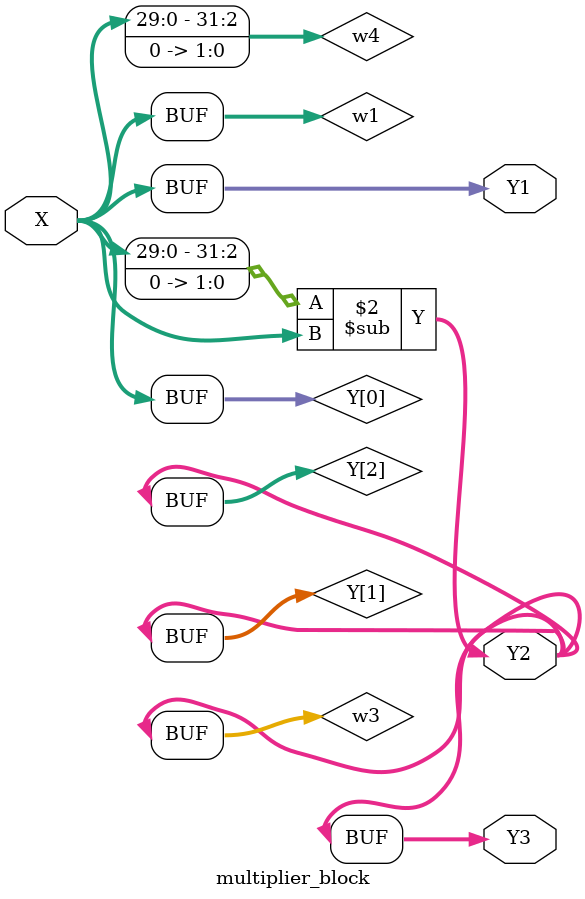
<source format=v>
/*------------------------------------------------------------------------------
 * File: T5.v
 * Date generated: 09/02/2023
 * Date modified: 09/02/2023
 * Author: Bruna Suemi Nagai
 * Description: MCM for tap-5 coefficients of Affine interpolation
 *------------------------------------------------------------------------------ */

module multiplier_block (
    X,            // input
    Y1,           // 1 
    Y2,           // 3
    Y3            // 3
);

  // Port mode declarations:
  input  signed  [31:0] X;
  output signed  [31:0]
    Y1,
    Y2,
    Y3;

  wire [31:0] Y [0:2];

  assign Y1 = Y[0];
  assign Y2 = Y[1];
  assign Y3 = Y[2];

  //Multipliers:

  wire signed [31:0]
    w1,
    w4,
    w3;

  assign w1 = X;
  assign w4 = w1 << 2;
  assign w3 = w4 - w1;

  assign Y[0] = w1;
  assign Y[1] = w3;
  assign Y[2] = w3;

endmodule //multiplier_block


</source>
